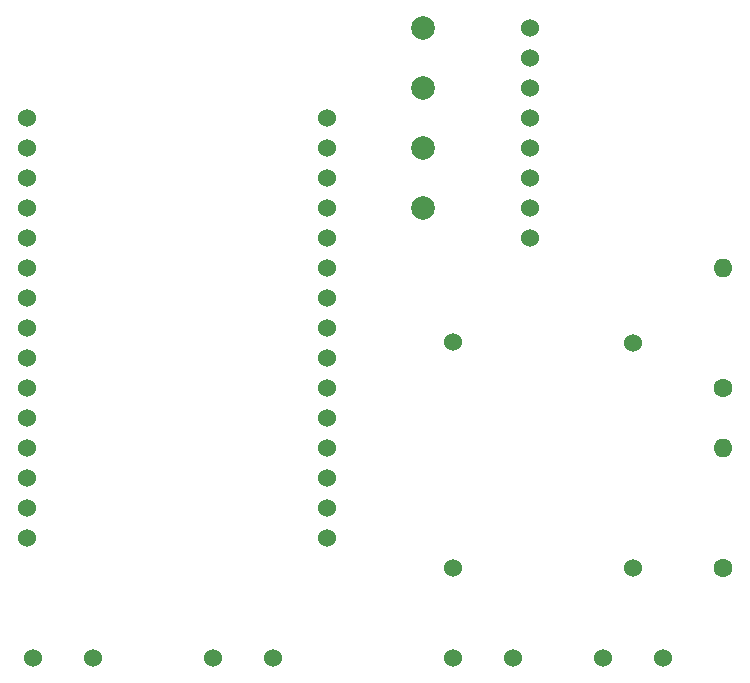
<source format=gbr>
%TF.GenerationSoftware,KiCad,Pcbnew,7.0.8*%
%TF.CreationDate,2025-10-26T15:42:26+01:00*%
%TF.ProjectId,Gyroskopicky-ovladac,4779726f-736b-46f7-9069-636b792d6f76,rev?*%
%TF.SameCoordinates,Original*%
%TF.FileFunction,Soldermask,Bot*%
%TF.FilePolarity,Negative*%
%FSLAX46Y46*%
G04 Gerber Fmt 4.6, Leading zero omitted, Abs format (unit mm)*
G04 Created by KiCad (PCBNEW 7.0.8) date 2025-10-26 15:42:26*
%MOMM*%
%LPD*%
G01*
G04 APERTURE LIST*
%ADD10C,1.524000*%
%ADD11C,1.600000*%
%ADD12O,1.600000X1.600000*%
%ADD13C,2.000000*%
G04 APERTURE END LIST*
D10*
%TO.C,ESP32*%
X98525000Y-61005000D03*
X98525000Y-63545000D03*
X98525000Y-66085000D03*
X98525000Y-68625000D03*
X98525000Y-71165000D03*
X98525000Y-73705000D03*
X98525000Y-76245000D03*
X98525000Y-78785000D03*
X98525000Y-81325000D03*
X98525000Y-83865000D03*
X98525000Y-86405000D03*
X98525000Y-88945000D03*
X98525000Y-91485000D03*
X98525000Y-94025000D03*
X98525000Y-96565000D03*
X123925000Y-61005000D03*
X123925000Y-63545000D03*
X123925000Y-66085000D03*
X123925000Y-68625000D03*
X123925000Y-71165000D03*
X123925000Y-73705000D03*
X123925000Y-76245000D03*
X123925000Y-78785000D03*
X123925000Y-81325000D03*
X123925000Y-83865000D03*
X123925000Y-86405000D03*
X123925000Y-88945000D03*
X123925000Y-91485000D03*
X123925000Y-94025000D03*
X123925000Y-96565000D03*
%TD*%
%TO.C,+Reboot-*%
X119380000Y-106680000D03*
X114300000Y-106680000D03*
%TD*%
D11*
%TO.C,R1*%
X157480000Y-83820000D03*
D12*
X157480000Y-73660000D03*
%TD*%
D10*
%TO.C,MPU6050*%
X141165000Y-71120000D03*
X141165000Y-68580000D03*
X141165000Y-66040000D03*
X141165000Y-63500000D03*
X141165000Y-60960000D03*
X141165000Y-58420000D03*
X141165000Y-55880000D03*
X141165000Y-53340000D03*
%TD*%
D13*
%TO.C,OLED*%
X132080000Y-68580000D03*
X132080000Y-63500000D03*
X132080000Y-58420000D03*
X132080000Y-53340000D03*
%TD*%
D10*
%TO.C,-Battery+*%
X134620000Y-106680000D03*
X139700000Y-106680000D03*
%TD*%
%TO.C,+Menu-*%
X104140000Y-106680000D03*
X99060000Y-106680000D03*
%TD*%
D11*
%TO.C,R2*%
X157480000Y-99060000D03*
D12*
X157480000Y-88900000D03*
%TD*%
D10*
%TO.C,Regulator3V3*%
X134620000Y-99060000D03*
X149860000Y-99060000D03*
X134581539Y-79923557D03*
X149883229Y-79992483D03*
%TD*%
%TO.C,+Switch+*%
X147320000Y-106680000D03*
X152400000Y-106680000D03*
%TD*%
M02*

</source>
